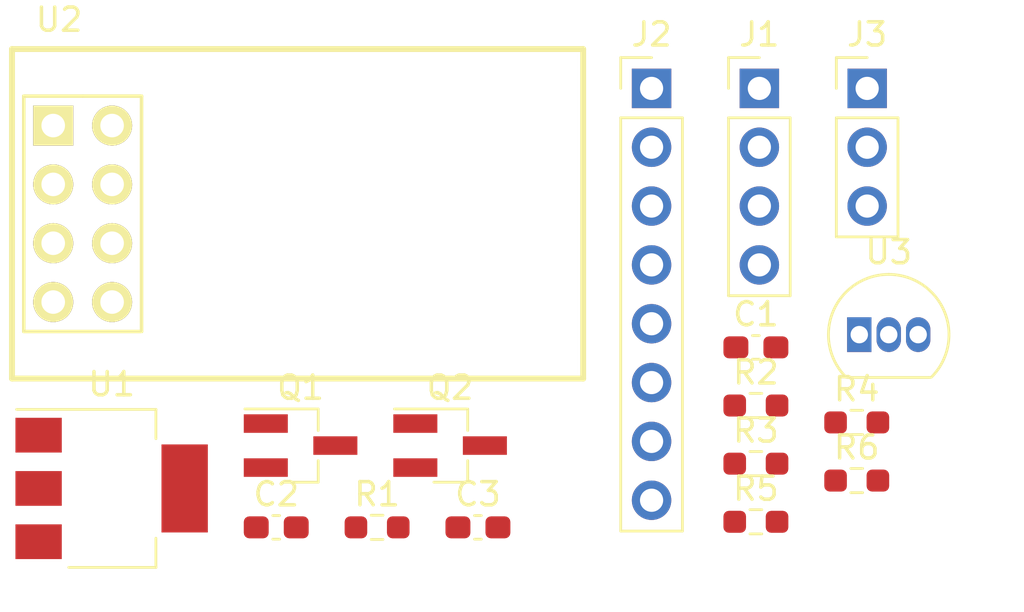
<source format=kicad_pcb>
(kicad_pcb (version 20171130) (host pcbnew "(5.1.8)-1")

  (general
    (thickness 1.6)
    (drawings 0)
    (tracks 0)
    (zones 0)
    (modules 17)
    (nets 11)
  )

  (page A4)
  (layers
    (0 F.Cu signal)
    (31 B.Cu signal)
    (32 B.Adhes user)
    (33 F.Adhes user)
    (34 B.Paste user)
    (35 F.Paste user)
    (36 B.SilkS user)
    (37 F.SilkS user)
    (38 B.Mask user)
    (39 F.Mask user)
    (40 Dwgs.User user)
    (41 Cmts.User user)
    (42 Eco1.User user)
    (43 Eco2.User user)
    (44 Edge.Cuts user)
    (45 Margin user)
    (46 B.CrtYd user)
    (47 F.CrtYd user)
    (48 B.Fab user)
    (49 F.Fab user)
  )

  (setup
    (last_trace_width 0.25)
    (trace_clearance 0.2)
    (zone_clearance 0.508)
    (zone_45_only no)
    (trace_min 0.2)
    (via_size 0.8)
    (via_drill 0.4)
    (via_min_size 0.4)
    (via_min_drill 0.3)
    (uvia_size 0.3)
    (uvia_drill 0.1)
    (uvias_allowed no)
    (uvia_min_size 0.2)
    (uvia_min_drill 0.1)
    (edge_width 0.05)
    (segment_width 0.2)
    (pcb_text_width 0.3)
    (pcb_text_size 1.5 1.5)
    (mod_edge_width 0.12)
    (mod_text_size 1 1)
    (mod_text_width 0.15)
    (pad_size 1.524 1.524)
    (pad_drill 0.762)
    (pad_to_mask_clearance 0)
    (aux_axis_origin 0 0)
    (visible_elements FFFFFF7F)
    (pcbplotparams
      (layerselection 0x010fc_ffffffff)
      (usegerberextensions false)
      (usegerberattributes true)
      (usegerberadvancedattributes true)
      (creategerberjobfile true)
      (excludeedgelayer true)
      (linewidth 0.100000)
      (plotframeref false)
      (viasonmask false)
      (mode 1)
      (useauxorigin false)
      (hpglpennumber 1)
      (hpglpenspeed 20)
      (hpglpendiameter 15.000000)
      (psnegative false)
      (psa4output false)
      (plotreference true)
      (plotvalue true)
      (plotinvisibletext false)
      (padsonsilk false)
      (subtractmaskfromsilk false)
      (outputformat 1)
      (mirror false)
      (drillshape 1)
      (scaleselection 1)
      (outputdirectory ""))
  )

  (net 0 "")
  (net 1 +5V)
  (net 2 GND)
  (net 3 +3V3)
  (net 4 LED1_5V)
  (net 5 LED2_5V)
  (net 6 LED1_3V3)
  (net 7 LED2_3V3)
  (net 8 GPIO0)
  (net 9 DALLAS)
  (net 10 "Net-(U2-Pad5)")

  (net_class Default "This is the default net class."
    (clearance 0.2)
    (trace_width 0.25)
    (via_dia 0.8)
    (via_drill 0.4)
    (uvia_dia 0.3)
    (uvia_drill 0.1)
    (add_net +3V3)
    (add_net +5V)
    (add_net DALLAS)
    (add_net GND)
    (add_net GPIO0)
    (add_net LED1_3V3)
    (add_net LED1_5V)
    (add_net LED2_3V3)
    (add_net LED2_5V)
    (add_net "Net-(U2-Pad5)")
  )

  (module Capacitor_SMD:C_0603_1608Metric_Pad1.08x0.95mm_HandSolder (layer F.Cu) (tedit 5F68FEEF) (tstamp 5FE15A58)
    (at 159.215001 103.175001)
    (descr "Capacitor SMD 0603 (1608 Metric), square (rectangular) end terminal, IPC_7351 nominal with elongated pad for handsoldering. (Body size source: IPC-SM-782 page 76, https://www.pcb-3d.com/wordpress/wp-content/uploads/ipc-sm-782a_amendment_1_and_2.pdf), generated with kicad-footprint-generator")
    (tags "capacitor handsolder")
    (path /5FDF6DA0)
    (attr smd)
    (fp_text reference C1 (at 0 -1.43) (layer F.SilkS)
      (effects (font (size 1 1) (thickness 0.15)))
    )
    (fp_text value 10uF (at 0 1.43) (layer F.Fab)
      (effects (font (size 1 1) (thickness 0.15)))
    )
    (fp_line (start 1.65 0.73) (end -1.65 0.73) (layer F.CrtYd) (width 0.05))
    (fp_line (start 1.65 -0.73) (end 1.65 0.73) (layer F.CrtYd) (width 0.05))
    (fp_line (start -1.65 -0.73) (end 1.65 -0.73) (layer F.CrtYd) (width 0.05))
    (fp_line (start -1.65 0.73) (end -1.65 -0.73) (layer F.CrtYd) (width 0.05))
    (fp_line (start -0.146267 0.51) (end 0.146267 0.51) (layer F.SilkS) (width 0.12))
    (fp_line (start -0.146267 -0.51) (end 0.146267 -0.51) (layer F.SilkS) (width 0.12))
    (fp_line (start 0.8 0.4) (end -0.8 0.4) (layer F.Fab) (width 0.1))
    (fp_line (start 0.8 -0.4) (end 0.8 0.4) (layer F.Fab) (width 0.1))
    (fp_line (start -0.8 -0.4) (end 0.8 -0.4) (layer F.Fab) (width 0.1))
    (fp_line (start -0.8 0.4) (end -0.8 -0.4) (layer F.Fab) (width 0.1))
    (fp_text user %R (at 0 0) (layer F.Fab)
      (effects (font (size 0.4 0.4) (thickness 0.06)))
    )
    (pad 1 smd roundrect (at -0.8625 0) (size 1.075 0.95) (layers F.Cu F.Paste F.Mask) (roundrect_rratio 0.25)
      (net 1 +5V))
    (pad 2 smd roundrect (at 0.8625 0) (size 1.075 0.95) (layers F.Cu F.Paste F.Mask) (roundrect_rratio 0.25)
      (net 2 GND))
    (model ${KISYS3DMOD}/Capacitor_SMD.3dshapes/C_0603_1608Metric.wrl
      (at (xyz 0 0 0))
      (scale (xyz 1 1 1))
      (rotate (xyz 0 0 0))
    )
  )

  (module Capacitor_SMD:C_0603_1608Metric_Pad1.08x0.95mm_HandSolder (layer F.Cu) (tedit 5F68FEEF) (tstamp 5FE15A69)
    (at 138.525001 110.945001)
    (descr "Capacitor SMD 0603 (1608 Metric), square (rectangular) end terminal, IPC_7351 nominal with elongated pad for handsoldering. (Body size source: IPC-SM-782 page 76, https://www.pcb-3d.com/wordpress/wp-content/uploads/ipc-sm-782a_amendment_1_and_2.pdf), generated with kicad-footprint-generator")
    (tags "capacitor handsolder")
    (path /5FDF7377)
    (attr smd)
    (fp_text reference C2 (at 0 -1.43) (layer F.SilkS)
      (effects (font (size 1 1) (thickness 0.15)))
    )
    (fp_text value 10uF (at 0 1.43) (layer F.Fab)
      (effects (font (size 1 1) (thickness 0.15)))
    )
    (fp_line (start 1.65 0.73) (end -1.65 0.73) (layer F.CrtYd) (width 0.05))
    (fp_line (start 1.65 -0.73) (end 1.65 0.73) (layer F.CrtYd) (width 0.05))
    (fp_line (start -1.65 -0.73) (end 1.65 -0.73) (layer F.CrtYd) (width 0.05))
    (fp_line (start -1.65 0.73) (end -1.65 -0.73) (layer F.CrtYd) (width 0.05))
    (fp_line (start -0.146267 0.51) (end 0.146267 0.51) (layer F.SilkS) (width 0.12))
    (fp_line (start -0.146267 -0.51) (end 0.146267 -0.51) (layer F.SilkS) (width 0.12))
    (fp_line (start 0.8 0.4) (end -0.8 0.4) (layer F.Fab) (width 0.1))
    (fp_line (start 0.8 -0.4) (end 0.8 0.4) (layer F.Fab) (width 0.1))
    (fp_line (start -0.8 -0.4) (end 0.8 -0.4) (layer F.Fab) (width 0.1))
    (fp_line (start -0.8 0.4) (end -0.8 -0.4) (layer F.Fab) (width 0.1))
    (fp_text user %R (at 0 0) (layer F.Fab)
      (effects (font (size 0.4 0.4) (thickness 0.06)))
    )
    (pad 1 smd roundrect (at -0.8625 0) (size 1.075 0.95) (layers F.Cu F.Paste F.Mask) (roundrect_rratio 0.25)
      (net 3 +3V3))
    (pad 2 smd roundrect (at 0.8625 0) (size 1.075 0.95) (layers F.Cu F.Paste F.Mask) (roundrect_rratio 0.25)
      (net 2 GND))
    (model ${KISYS3DMOD}/Capacitor_SMD.3dshapes/C_0603_1608Metric.wrl
      (at (xyz 0 0 0))
      (scale (xyz 1 1 1))
      (rotate (xyz 0 0 0))
    )
  )

  (module Capacitor_SMD:C_0603_1608Metric_Pad1.08x0.95mm_HandSolder (layer F.Cu) (tedit 5F68FEEF) (tstamp 5FE15A7A)
    (at 147.225001 110.945001)
    (descr "Capacitor SMD 0603 (1608 Metric), square (rectangular) end terminal, IPC_7351 nominal with elongated pad for handsoldering. (Body size source: IPC-SM-782 page 76, https://www.pcb-3d.com/wordpress/wp-content/uploads/ipc-sm-782a_amendment_1_and_2.pdf), generated with kicad-footprint-generator")
    (tags "capacitor handsolder")
    (path /5FE13D46)
    (attr smd)
    (fp_text reference C3 (at 0 -1.43) (layer F.SilkS)
      (effects (font (size 1 1) (thickness 0.15)))
    )
    (fp_text value 100uF (at 0 1.43) (layer F.Fab)
      (effects (font (size 1 1) (thickness 0.15)))
    )
    (fp_text user %R (at 0 0) (layer F.Fab)
      (effects (font (size 0.4 0.4) (thickness 0.06)))
    )
    (fp_line (start -0.8 0.4) (end -0.8 -0.4) (layer F.Fab) (width 0.1))
    (fp_line (start -0.8 -0.4) (end 0.8 -0.4) (layer F.Fab) (width 0.1))
    (fp_line (start 0.8 -0.4) (end 0.8 0.4) (layer F.Fab) (width 0.1))
    (fp_line (start 0.8 0.4) (end -0.8 0.4) (layer F.Fab) (width 0.1))
    (fp_line (start -0.146267 -0.51) (end 0.146267 -0.51) (layer F.SilkS) (width 0.12))
    (fp_line (start -0.146267 0.51) (end 0.146267 0.51) (layer F.SilkS) (width 0.12))
    (fp_line (start -1.65 0.73) (end -1.65 -0.73) (layer F.CrtYd) (width 0.05))
    (fp_line (start -1.65 -0.73) (end 1.65 -0.73) (layer F.CrtYd) (width 0.05))
    (fp_line (start 1.65 -0.73) (end 1.65 0.73) (layer F.CrtYd) (width 0.05))
    (fp_line (start 1.65 0.73) (end -1.65 0.73) (layer F.CrtYd) (width 0.05))
    (pad 2 smd roundrect (at 0.8625 0) (size 1.075 0.95) (layers F.Cu F.Paste F.Mask) (roundrect_rratio 0.25)
      (net 2 GND))
    (pad 1 smd roundrect (at -0.8625 0) (size 1.075 0.95) (layers F.Cu F.Paste F.Mask) (roundrect_rratio 0.25)
      (net 1 +5V))
    (model ${KISYS3DMOD}/Capacitor_SMD.3dshapes/C_0603_1608Metric.wrl
      (at (xyz 0 0 0))
      (scale (xyz 1 1 1))
      (rotate (xyz 0 0 0))
    )
  )

  (module Connector_PinHeader_2.54mm:PinHeader_1x04_P2.54mm_Vertical (layer F.Cu) (tedit 59FED5CC) (tstamp 5FE15A92)
    (at 159.365001 91.995001)
    (descr "Through hole straight pin header, 1x04, 2.54mm pitch, single row")
    (tags "Through hole pin header THT 1x04 2.54mm single row")
    (path /5FE2D106)
    (fp_text reference J1 (at 0 -2.33) (layer F.SilkS)
      (effects (font (size 1 1) (thickness 0.15)))
    )
    (fp_text value Screw_Terminal_01x02 (at 0 9.95) (layer F.Fab)
      (effects (font (size 1 1) (thickness 0.15)))
    )
    (fp_line (start 1.8 -1.8) (end -1.8 -1.8) (layer F.CrtYd) (width 0.05))
    (fp_line (start 1.8 9.4) (end 1.8 -1.8) (layer F.CrtYd) (width 0.05))
    (fp_line (start -1.8 9.4) (end 1.8 9.4) (layer F.CrtYd) (width 0.05))
    (fp_line (start -1.8 -1.8) (end -1.8 9.4) (layer F.CrtYd) (width 0.05))
    (fp_line (start -1.33 -1.33) (end 0 -1.33) (layer F.SilkS) (width 0.12))
    (fp_line (start -1.33 0) (end -1.33 -1.33) (layer F.SilkS) (width 0.12))
    (fp_line (start -1.33 1.27) (end 1.33 1.27) (layer F.SilkS) (width 0.12))
    (fp_line (start 1.33 1.27) (end 1.33 8.95) (layer F.SilkS) (width 0.12))
    (fp_line (start -1.33 1.27) (end -1.33 8.95) (layer F.SilkS) (width 0.12))
    (fp_line (start -1.33 8.95) (end 1.33 8.95) (layer F.SilkS) (width 0.12))
    (fp_line (start -1.27 -0.635) (end -0.635 -1.27) (layer F.Fab) (width 0.1))
    (fp_line (start -1.27 8.89) (end -1.27 -0.635) (layer F.Fab) (width 0.1))
    (fp_line (start 1.27 8.89) (end -1.27 8.89) (layer F.Fab) (width 0.1))
    (fp_line (start 1.27 -1.27) (end 1.27 8.89) (layer F.Fab) (width 0.1))
    (fp_line (start -0.635 -1.27) (end 1.27 -1.27) (layer F.Fab) (width 0.1))
    (fp_text user %R (at 0 3.81 90) (layer F.Fab)
      (effects (font (size 1 1) (thickness 0.15)))
    )
    (pad 1 thru_hole rect (at 0 0) (size 1.7 1.7) (drill 1) (layers *.Cu *.Mask)
      (net 2 GND))
    (pad 2 thru_hole oval (at 0 2.54) (size 1.7 1.7) (drill 1) (layers *.Cu *.Mask)
      (net 1 +5V))
    (pad 3 thru_hole oval (at 0 5.08) (size 1.7 1.7) (drill 1) (layers *.Cu *.Mask))
    (pad 4 thru_hole oval (at 0 7.62) (size 1.7 1.7) (drill 1) (layers *.Cu *.Mask))
    (model ${KISYS3DMOD}/Connector_PinHeader_2.54mm.3dshapes/PinHeader_1x04_P2.54mm_Vertical.wrl
      (at (xyz 0 0 0))
      (scale (xyz 1 1 1))
      (rotate (xyz 0 0 0))
    )
  )

  (module Connector_PinHeader_2.54mm:PinHeader_1x08_P2.54mm_Vertical (layer F.Cu) (tedit 59FED5CC) (tstamp 5FE15AAE)
    (at 154.715001 91.995001)
    (descr "Through hole straight pin header, 1x08, 2.54mm pitch, single row")
    (tags "Through hole pin header THT 1x08 2.54mm single row")
    (path /5FE369E1)
    (fp_text reference J2 (at 0 -2.33) (layer F.SilkS)
      (effects (font (size 1 1) (thickness 0.15)))
    )
    (fp_text value Screw_Terminal_01x04 (at 0 20.11) (layer F.Fab)
      (effects (font (size 1 1) (thickness 0.15)))
    )
    (fp_line (start 1.8 -1.8) (end -1.8 -1.8) (layer F.CrtYd) (width 0.05))
    (fp_line (start 1.8 19.55) (end 1.8 -1.8) (layer F.CrtYd) (width 0.05))
    (fp_line (start -1.8 19.55) (end 1.8 19.55) (layer F.CrtYd) (width 0.05))
    (fp_line (start -1.8 -1.8) (end -1.8 19.55) (layer F.CrtYd) (width 0.05))
    (fp_line (start -1.33 -1.33) (end 0 -1.33) (layer F.SilkS) (width 0.12))
    (fp_line (start -1.33 0) (end -1.33 -1.33) (layer F.SilkS) (width 0.12))
    (fp_line (start -1.33 1.27) (end 1.33 1.27) (layer F.SilkS) (width 0.12))
    (fp_line (start 1.33 1.27) (end 1.33 19.11) (layer F.SilkS) (width 0.12))
    (fp_line (start -1.33 1.27) (end -1.33 19.11) (layer F.SilkS) (width 0.12))
    (fp_line (start -1.33 19.11) (end 1.33 19.11) (layer F.SilkS) (width 0.12))
    (fp_line (start -1.27 -0.635) (end -0.635 -1.27) (layer F.Fab) (width 0.1))
    (fp_line (start -1.27 19.05) (end -1.27 -0.635) (layer F.Fab) (width 0.1))
    (fp_line (start 1.27 19.05) (end -1.27 19.05) (layer F.Fab) (width 0.1))
    (fp_line (start 1.27 -1.27) (end 1.27 19.05) (layer F.Fab) (width 0.1))
    (fp_line (start -0.635 -1.27) (end 1.27 -1.27) (layer F.Fab) (width 0.1))
    (fp_text user %R (at 0 8.89 90) (layer F.Fab)
      (effects (font (size 1 1) (thickness 0.15)))
    )
    (pad 1 thru_hole rect (at 0 0) (size 1.7 1.7) (drill 1) (layers *.Cu *.Mask)
      (net 1 +5V))
    (pad 2 thru_hole oval (at 0 2.54) (size 1.7 1.7) (drill 1) (layers *.Cu *.Mask)
      (net 4 LED1_5V))
    (pad 3 thru_hole oval (at 0 5.08) (size 1.7 1.7) (drill 1) (layers *.Cu *.Mask)
      (net 5 LED2_5V))
    (pad 4 thru_hole oval (at 0 7.62) (size 1.7 1.7) (drill 1) (layers *.Cu *.Mask)
      (net 2 GND))
    (pad 5 thru_hole oval (at 0 10.16) (size 1.7 1.7) (drill 1) (layers *.Cu *.Mask))
    (pad 6 thru_hole oval (at 0 12.7) (size 1.7 1.7) (drill 1) (layers *.Cu *.Mask))
    (pad 7 thru_hole oval (at 0 15.24) (size 1.7 1.7) (drill 1) (layers *.Cu *.Mask))
    (pad 8 thru_hole oval (at 0 17.78) (size 1.7 1.7) (drill 1) (layers *.Cu *.Mask))
    (model ${KISYS3DMOD}/Connector_PinHeader_2.54mm.3dshapes/PinHeader_1x08_P2.54mm_Vertical.wrl
      (at (xyz 0 0 0))
      (scale (xyz 1 1 1))
      (rotate (xyz 0 0 0))
    )
  )

  (module Connector_PinHeader_2.54mm:PinHeader_1x03_P2.54mm_Vertical (layer F.Cu) (tedit 59FED5CC) (tstamp 5FE15AC5)
    (at 164.015001 91.995001)
    (descr "Through hole straight pin header, 1x03, 2.54mm pitch, single row")
    (tags "Through hole pin header THT 1x03 2.54mm single row")
    (path /5FE4468D)
    (fp_text reference J3 (at 0 -2.33) (layer F.SilkS)
      (effects (font (size 1 1) (thickness 0.15)))
    )
    (fp_text value Conn_01x03_Male (at 0 7.41) (layer F.Fab)
      (effects (font (size 1 1) (thickness 0.15)))
    )
    (fp_line (start 1.8 -1.8) (end -1.8 -1.8) (layer F.CrtYd) (width 0.05))
    (fp_line (start 1.8 6.85) (end 1.8 -1.8) (layer F.CrtYd) (width 0.05))
    (fp_line (start -1.8 6.85) (end 1.8 6.85) (layer F.CrtYd) (width 0.05))
    (fp_line (start -1.8 -1.8) (end -1.8 6.85) (layer F.CrtYd) (width 0.05))
    (fp_line (start -1.33 -1.33) (end 0 -1.33) (layer F.SilkS) (width 0.12))
    (fp_line (start -1.33 0) (end -1.33 -1.33) (layer F.SilkS) (width 0.12))
    (fp_line (start -1.33 1.27) (end 1.33 1.27) (layer F.SilkS) (width 0.12))
    (fp_line (start 1.33 1.27) (end 1.33 6.41) (layer F.SilkS) (width 0.12))
    (fp_line (start -1.33 1.27) (end -1.33 6.41) (layer F.SilkS) (width 0.12))
    (fp_line (start -1.33 6.41) (end 1.33 6.41) (layer F.SilkS) (width 0.12))
    (fp_line (start -1.27 -0.635) (end -0.635 -1.27) (layer F.Fab) (width 0.1))
    (fp_line (start -1.27 6.35) (end -1.27 -0.635) (layer F.Fab) (width 0.1))
    (fp_line (start 1.27 6.35) (end -1.27 6.35) (layer F.Fab) (width 0.1))
    (fp_line (start 1.27 -1.27) (end 1.27 6.35) (layer F.Fab) (width 0.1))
    (fp_line (start -0.635 -1.27) (end 1.27 -1.27) (layer F.Fab) (width 0.1))
    (fp_text user %R (at 0 2.54 90) (layer F.Fab)
      (effects (font (size 1 1) (thickness 0.15)))
    )
    (pad 1 thru_hole rect (at 0 0) (size 1.7 1.7) (drill 1) (layers *.Cu *.Mask)
      (net 2 GND))
    (pad 2 thru_hole oval (at 0 2.54) (size 1.7 1.7) (drill 1) (layers *.Cu *.Mask)
      (net 3 +3V3))
    (pad 3 thru_hole oval (at 0 5.08) (size 1.7 1.7) (drill 1) (layers *.Cu *.Mask)
      (net 3 +3V3))
    (model ${KISYS3DMOD}/Connector_PinHeader_2.54mm.3dshapes/PinHeader_1x03_P2.54mm_Vertical.wrl
      (at (xyz 0 0 0))
      (scale (xyz 1 1 1))
      (rotate (xyz 0 0 0))
    )
  )

  (module ESP8266:SOT-23_Handsoldering_DS-REVERSED (layer F.Cu) (tedit 5FE0EAC7) (tstamp 5FE15ADA)
    (at 139.575001 107.415001)
    (descr "SOT-23, Handsoldering")
    (tags SOT-23)
    (path /5FE1865D)
    (attr smd)
    (fp_text reference Q1 (at 0 -2.5) (layer F.SilkS)
      (effects (font (size 1 1) (thickness 0.15)))
    )
    (fp_text value IRFS4127 (at 0 2.5) (layer F.Fab)
      (effects (font (size 1 1) (thickness 0.15)))
    )
    (fp_line (start 0.76 1.58) (end 0.76 0.65) (layer F.SilkS) (width 0.12))
    (fp_line (start 0.76 -1.58) (end 0.76 -0.65) (layer F.SilkS) (width 0.12))
    (fp_line (start -2.7 -1.75) (end 2.7 -1.75) (layer F.CrtYd) (width 0.05))
    (fp_line (start 2.7 -1.75) (end 2.7 1.75) (layer F.CrtYd) (width 0.05))
    (fp_line (start 2.7 1.75) (end -2.7 1.75) (layer F.CrtYd) (width 0.05))
    (fp_line (start -2.7 1.75) (end -2.7 -1.75) (layer F.CrtYd) (width 0.05))
    (fp_line (start 0.76 -1.58) (end -2.4 -1.58) (layer F.SilkS) (width 0.12))
    (fp_line (start -0.7 -0.95) (end -0.7 1.5) (layer F.Fab) (width 0.1))
    (fp_line (start -0.15 -1.52) (end 0.7 -1.52) (layer F.Fab) (width 0.1))
    (fp_line (start -0.7 -0.95) (end -0.15 -1.52) (layer F.Fab) (width 0.1))
    (fp_line (start 0.7 -1.52) (end 0.7 1.52) (layer F.Fab) (width 0.1))
    (fp_line (start -0.7 1.52) (end 0.7 1.52) (layer F.Fab) (width 0.1))
    (fp_line (start 0.76 1.58) (end -0.7 1.58) (layer F.SilkS) (width 0.12))
    (fp_text user %R (at 0 0 90) (layer F.Fab)
      (effects (font (size 0.5 0.5) (thickness 0.075)))
    )
    (pad 1 smd rect (at -1.5 -0.95) (size 1.9 0.8) (layers F.Cu F.Paste F.Mask)
      (net 3 +3V3))
    (pad 3 smd rect (at -1.5 0.95) (size 1.9 0.8) (layers F.Cu F.Paste F.Mask)
      (net 6 LED1_3V3))
    (pad 2 smd rect (at 1.5 0) (size 1.9 0.8) (layers F.Cu F.Paste F.Mask)
      (net 4 LED1_5V))
    (model ${KISYS3DMOD}/Package_TO_SOT_SMD.3dshapes/SOT-23.wrl
      (at (xyz 0 0 0))
      (scale (xyz 1 1 1))
      (rotate (xyz 0 0 0))
    )
  )

  (module ESP8266:SOT-23_Handsoldering_DS-REVERSED (layer F.Cu) (tedit 5FE0EAC7) (tstamp 5FE15AEF)
    (at 146.025001 107.415001)
    (descr "SOT-23, Handsoldering")
    (tags SOT-23)
    (path /5FE26590)
    (attr smd)
    (fp_text reference Q2 (at 0 -2.5) (layer F.SilkS)
      (effects (font (size 1 1) (thickness 0.15)))
    )
    (fp_text value IRFS4127 (at 0 2.5) (layer F.Fab)
      (effects (font (size 1 1) (thickness 0.15)))
    )
    (fp_text user %R (at 0 0 90) (layer F.Fab)
      (effects (font (size 0.5 0.5) (thickness 0.075)))
    )
    (fp_line (start 0.76 1.58) (end -0.7 1.58) (layer F.SilkS) (width 0.12))
    (fp_line (start -0.7 1.52) (end 0.7 1.52) (layer F.Fab) (width 0.1))
    (fp_line (start 0.7 -1.52) (end 0.7 1.52) (layer F.Fab) (width 0.1))
    (fp_line (start -0.7 -0.95) (end -0.15 -1.52) (layer F.Fab) (width 0.1))
    (fp_line (start -0.15 -1.52) (end 0.7 -1.52) (layer F.Fab) (width 0.1))
    (fp_line (start -0.7 -0.95) (end -0.7 1.5) (layer F.Fab) (width 0.1))
    (fp_line (start 0.76 -1.58) (end -2.4 -1.58) (layer F.SilkS) (width 0.12))
    (fp_line (start -2.7 1.75) (end -2.7 -1.75) (layer F.CrtYd) (width 0.05))
    (fp_line (start 2.7 1.75) (end -2.7 1.75) (layer F.CrtYd) (width 0.05))
    (fp_line (start 2.7 -1.75) (end 2.7 1.75) (layer F.CrtYd) (width 0.05))
    (fp_line (start -2.7 -1.75) (end 2.7 -1.75) (layer F.CrtYd) (width 0.05))
    (fp_line (start 0.76 -1.58) (end 0.76 -0.65) (layer F.SilkS) (width 0.12))
    (fp_line (start 0.76 1.58) (end 0.76 0.65) (layer F.SilkS) (width 0.12))
    (pad 2 smd rect (at 1.5 0) (size 1.9 0.8) (layers F.Cu F.Paste F.Mask)
      (net 5 LED2_5V))
    (pad 3 smd rect (at -1.5 0.95) (size 1.9 0.8) (layers F.Cu F.Paste F.Mask)
      (net 7 LED2_3V3))
    (pad 1 smd rect (at -1.5 -0.95) (size 1.9 0.8) (layers F.Cu F.Paste F.Mask)
      (net 3 +3V3))
    (model ${KISYS3DMOD}/Package_TO_SOT_SMD.3dshapes/SOT-23.wrl
      (at (xyz 0 0 0))
      (scale (xyz 1 1 1))
      (rotate (xyz 0 0 0))
    )
  )

  (module Resistor_SMD:R_0603_1608Metric_Pad0.98x0.95mm_HandSolder (layer F.Cu) (tedit 5F68FEEE) (tstamp 5FE15B00)
    (at 142.875001 110.945001)
    (descr "Resistor SMD 0603 (1608 Metric), square (rectangular) end terminal, IPC_7351 nominal with elongated pad for handsoldering. (Body size source: IPC-SM-782 page 72, https://www.pcb-3d.com/wordpress/wp-content/uploads/ipc-sm-782a_amendment_1_and_2.pdf), generated with kicad-footprint-generator")
    (tags "resistor handsolder")
    (path /5FE1BA2B)
    (attr smd)
    (fp_text reference R1 (at 0 -1.43) (layer F.SilkS)
      (effects (font (size 1 1) (thickness 0.15)))
    )
    (fp_text value 10K (at 0 1.43) (layer F.Fab)
      (effects (font (size 1 1) (thickness 0.15)))
    )
    (fp_text user %R (at 0 0) (layer F.Fab)
      (effects (font (size 0.4 0.4) (thickness 0.06)))
    )
    (fp_line (start -0.8 0.4125) (end -0.8 -0.4125) (layer F.Fab) (width 0.1))
    (fp_line (start -0.8 -0.4125) (end 0.8 -0.4125) (layer F.Fab) (width 0.1))
    (fp_line (start 0.8 -0.4125) (end 0.8 0.4125) (layer F.Fab) (width 0.1))
    (fp_line (start 0.8 0.4125) (end -0.8 0.4125) (layer F.Fab) (width 0.1))
    (fp_line (start -0.254724 -0.5225) (end 0.254724 -0.5225) (layer F.SilkS) (width 0.12))
    (fp_line (start -0.254724 0.5225) (end 0.254724 0.5225) (layer F.SilkS) (width 0.12))
    (fp_line (start -1.65 0.73) (end -1.65 -0.73) (layer F.CrtYd) (width 0.05))
    (fp_line (start -1.65 -0.73) (end 1.65 -0.73) (layer F.CrtYd) (width 0.05))
    (fp_line (start 1.65 -0.73) (end 1.65 0.73) (layer F.CrtYd) (width 0.05))
    (fp_line (start 1.65 0.73) (end -1.65 0.73) (layer F.CrtYd) (width 0.05))
    (pad 2 smd roundrect (at 0.9125 0) (size 0.975 0.95) (layers F.Cu F.Paste F.Mask) (roundrect_rratio 0.25)
      (net 6 LED1_3V3))
    (pad 1 smd roundrect (at -0.9125 0) (size 0.975 0.95) (layers F.Cu F.Paste F.Mask) (roundrect_rratio 0.25)
      (net 3 +3V3))
    (model ${KISYS3DMOD}/Resistor_SMD.3dshapes/R_0603_1608Metric.wrl
      (at (xyz 0 0 0))
      (scale (xyz 1 1 1))
      (rotate (xyz 0 0 0))
    )
  )

  (module Resistor_SMD:R_0603_1608Metric_Pad0.98x0.95mm_HandSolder (layer F.Cu) (tedit 5F68FEEE) (tstamp 5FE15B11)
    (at 159.215001 105.685001)
    (descr "Resistor SMD 0603 (1608 Metric), square (rectangular) end terminal, IPC_7351 nominal with elongated pad for handsoldering. (Body size source: IPC-SM-782 page 72, https://www.pcb-3d.com/wordpress/wp-content/uploads/ipc-sm-782a_amendment_1_and_2.pdf), generated with kicad-footprint-generator")
    (tags "resistor handsolder")
    (path /5FE1C32E)
    (attr smd)
    (fp_text reference R2 (at 0 -1.43) (layer F.SilkS)
      (effects (font (size 1 1) (thickness 0.15)))
    )
    (fp_text value 10K (at 0 1.43) (layer F.Fab)
      (effects (font (size 1 1) (thickness 0.15)))
    )
    (fp_line (start 1.65 0.73) (end -1.65 0.73) (layer F.CrtYd) (width 0.05))
    (fp_line (start 1.65 -0.73) (end 1.65 0.73) (layer F.CrtYd) (width 0.05))
    (fp_line (start -1.65 -0.73) (end 1.65 -0.73) (layer F.CrtYd) (width 0.05))
    (fp_line (start -1.65 0.73) (end -1.65 -0.73) (layer F.CrtYd) (width 0.05))
    (fp_line (start -0.254724 0.5225) (end 0.254724 0.5225) (layer F.SilkS) (width 0.12))
    (fp_line (start -0.254724 -0.5225) (end 0.254724 -0.5225) (layer F.SilkS) (width 0.12))
    (fp_line (start 0.8 0.4125) (end -0.8 0.4125) (layer F.Fab) (width 0.1))
    (fp_line (start 0.8 -0.4125) (end 0.8 0.4125) (layer F.Fab) (width 0.1))
    (fp_line (start -0.8 -0.4125) (end 0.8 -0.4125) (layer F.Fab) (width 0.1))
    (fp_line (start -0.8 0.4125) (end -0.8 -0.4125) (layer F.Fab) (width 0.1))
    (fp_text user %R (at 0 0) (layer F.Fab)
      (effects (font (size 0.4 0.4) (thickness 0.06)))
    )
    (pad 1 smd roundrect (at -0.9125 0) (size 0.975 0.95) (layers F.Cu F.Paste F.Mask) (roundrect_rratio 0.25)
      (net 1 +5V))
    (pad 2 smd roundrect (at 0.9125 0) (size 0.975 0.95) (layers F.Cu F.Paste F.Mask) (roundrect_rratio 0.25)
      (net 4 LED1_5V))
    (model ${KISYS3DMOD}/Resistor_SMD.3dshapes/R_0603_1608Metric.wrl
      (at (xyz 0 0 0))
      (scale (xyz 1 1 1))
      (rotate (xyz 0 0 0))
    )
  )

  (module Resistor_SMD:R_0603_1608Metric_Pad0.98x0.95mm_HandSolder (layer F.Cu) (tedit 5F68FEEE) (tstamp 5FE15B22)
    (at 159.215001 108.195001)
    (descr "Resistor SMD 0603 (1608 Metric), square (rectangular) end terminal, IPC_7351 nominal with elongated pad for handsoldering. (Body size source: IPC-SM-782 page 72, https://www.pcb-3d.com/wordpress/wp-content/uploads/ipc-sm-782a_amendment_1_and_2.pdf), generated with kicad-footprint-generator")
    (tags "resistor handsolder")
    (path /5FE265A4)
    (attr smd)
    (fp_text reference R3 (at 0 -1.43) (layer F.SilkS)
      (effects (font (size 1 1) (thickness 0.15)))
    )
    (fp_text value 10K (at 0 1.43) (layer F.Fab)
      (effects (font (size 1 1) (thickness 0.15)))
    )
    (fp_line (start 1.65 0.73) (end -1.65 0.73) (layer F.CrtYd) (width 0.05))
    (fp_line (start 1.65 -0.73) (end 1.65 0.73) (layer F.CrtYd) (width 0.05))
    (fp_line (start -1.65 -0.73) (end 1.65 -0.73) (layer F.CrtYd) (width 0.05))
    (fp_line (start -1.65 0.73) (end -1.65 -0.73) (layer F.CrtYd) (width 0.05))
    (fp_line (start -0.254724 0.5225) (end 0.254724 0.5225) (layer F.SilkS) (width 0.12))
    (fp_line (start -0.254724 -0.5225) (end 0.254724 -0.5225) (layer F.SilkS) (width 0.12))
    (fp_line (start 0.8 0.4125) (end -0.8 0.4125) (layer F.Fab) (width 0.1))
    (fp_line (start 0.8 -0.4125) (end 0.8 0.4125) (layer F.Fab) (width 0.1))
    (fp_line (start -0.8 -0.4125) (end 0.8 -0.4125) (layer F.Fab) (width 0.1))
    (fp_line (start -0.8 0.4125) (end -0.8 -0.4125) (layer F.Fab) (width 0.1))
    (fp_text user %R (at 0 0) (layer F.Fab)
      (effects (font (size 0.4 0.4) (thickness 0.06)))
    )
    (pad 1 smd roundrect (at -0.9125 0) (size 0.975 0.95) (layers F.Cu F.Paste F.Mask) (roundrect_rratio 0.25)
      (net 3 +3V3))
    (pad 2 smd roundrect (at 0.9125 0) (size 0.975 0.95) (layers F.Cu F.Paste F.Mask) (roundrect_rratio 0.25)
      (net 7 LED2_3V3))
    (model ${KISYS3DMOD}/Resistor_SMD.3dshapes/R_0603_1608Metric.wrl
      (at (xyz 0 0 0))
      (scale (xyz 1 1 1))
      (rotate (xyz 0 0 0))
    )
  )

  (module Resistor_SMD:R_0603_1608Metric_Pad0.98x0.95mm_HandSolder (layer F.Cu) (tedit 5F68FEEE) (tstamp 5FE15B33)
    (at 163.565001 106.415001)
    (descr "Resistor SMD 0603 (1608 Metric), square (rectangular) end terminal, IPC_7351 nominal with elongated pad for handsoldering. (Body size source: IPC-SM-782 page 72, https://www.pcb-3d.com/wordpress/wp-content/uploads/ipc-sm-782a_amendment_1_and_2.pdf), generated with kicad-footprint-generator")
    (tags "resistor handsolder")
    (path /5FE265AA)
    (attr smd)
    (fp_text reference R4 (at 0 -1.43) (layer F.SilkS)
      (effects (font (size 1 1) (thickness 0.15)))
    )
    (fp_text value 10K (at 0 1.43) (layer F.Fab)
      (effects (font (size 1 1) (thickness 0.15)))
    )
    (fp_text user %R (at 0 0) (layer F.Fab)
      (effects (font (size 0.4 0.4) (thickness 0.06)))
    )
    (fp_line (start -0.8 0.4125) (end -0.8 -0.4125) (layer F.Fab) (width 0.1))
    (fp_line (start -0.8 -0.4125) (end 0.8 -0.4125) (layer F.Fab) (width 0.1))
    (fp_line (start 0.8 -0.4125) (end 0.8 0.4125) (layer F.Fab) (width 0.1))
    (fp_line (start 0.8 0.4125) (end -0.8 0.4125) (layer F.Fab) (width 0.1))
    (fp_line (start -0.254724 -0.5225) (end 0.254724 -0.5225) (layer F.SilkS) (width 0.12))
    (fp_line (start -0.254724 0.5225) (end 0.254724 0.5225) (layer F.SilkS) (width 0.12))
    (fp_line (start -1.65 0.73) (end -1.65 -0.73) (layer F.CrtYd) (width 0.05))
    (fp_line (start -1.65 -0.73) (end 1.65 -0.73) (layer F.CrtYd) (width 0.05))
    (fp_line (start 1.65 -0.73) (end 1.65 0.73) (layer F.CrtYd) (width 0.05))
    (fp_line (start 1.65 0.73) (end -1.65 0.73) (layer F.CrtYd) (width 0.05))
    (pad 2 smd roundrect (at 0.9125 0) (size 0.975 0.95) (layers F.Cu F.Paste F.Mask) (roundrect_rratio 0.25)
      (net 5 LED2_5V))
    (pad 1 smd roundrect (at -0.9125 0) (size 0.975 0.95) (layers F.Cu F.Paste F.Mask) (roundrect_rratio 0.25)
      (net 1 +5V))
    (model ${KISYS3DMOD}/Resistor_SMD.3dshapes/R_0603_1608Metric.wrl
      (at (xyz 0 0 0))
      (scale (xyz 1 1 1))
      (rotate (xyz 0 0 0))
    )
  )

  (module Resistor_SMD:R_0603_1608Metric_Pad0.98x0.95mm_HandSolder (layer F.Cu) (tedit 5F68FEEE) (tstamp 5FE15B44)
    (at 159.215001 110.705001)
    (descr "Resistor SMD 0603 (1608 Metric), square (rectangular) end terminal, IPC_7351 nominal with elongated pad for handsoldering. (Body size source: IPC-SM-782 page 72, https://www.pcb-3d.com/wordpress/wp-content/uploads/ipc-sm-782a_amendment_1_and_2.pdf), generated with kicad-footprint-generator")
    (tags "resistor handsolder")
    (path /5FE503AD)
    (attr smd)
    (fp_text reference R5 (at 0 -1.43) (layer F.SilkS)
      (effects (font (size 1 1) (thickness 0.15)))
    )
    (fp_text value 10K (at 0 1.43) (layer F.Fab)
      (effects (font (size 1 1) (thickness 0.15)))
    )
    (fp_line (start 1.65 0.73) (end -1.65 0.73) (layer F.CrtYd) (width 0.05))
    (fp_line (start 1.65 -0.73) (end 1.65 0.73) (layer F.CrtYd) (width 0.05))
    (fp_line (start -1.65 -0.73) (end 1.65 -0.73) (layer F.CrtYd) (width 0.05))
    (fp_line (start -1.65 0.73) (end -1.65 -0.73) (layer F.CrtYd) (width 0.05))
    (fp_line (start -0.254724 0.5225) (end 0.254724 0.5225) (layer F.SilkS) (width 0.12))
    (fp_line (start -0.254724 -0.5225) (end 0.254724 -0.5225) (layer F.SilkS) (width 0.12))
    (fp_line (start 0.8 0.4125) (end -0.8 0.4125) (layer F.Fab) (width 0.1))
    (fp_line (start 0.8 -0.4125) (end 0.8 0.4125) (layer F.Fab) (width 0.1))
    (fp_line (start -0.8 -0.4125) (end 0.8 -0.4125) (layer F.Fab) (width 0.1))
    (fp_line (start -0.8 0.4125) (end -0.8 -0.4125) (layer F.Fab) (width 0.1))
    (fp_text user %R (at 0 0) (layer F.Fab)
      (effects (font (size 0.4 0.4) (thickness 0.06)))
    )
    (pad 1 smd roundrect (at -0.9125 0) (size 0.975 0.95) (layers F.Cu F.Paste F.Mask) (roundrect_rratio 0.25)
      (net 8 GPIO0))
    (pad 2 smd roundrect (at 0.9125 0) (size 0.975 0.95) (layers F.Cu F.Paste F.Mask) (roundrect_rratio 0.25)
      (net 3 +3V3))
    (model ${KISYS3DMOD}/Resistor_SMD.3dshapes/R_0603_1608Metric.wrl
      (at (xyz 0 0 0))
      (scale (xyz 1 1 1))
      (rotate (xyz 0 0 0))
    )
  )

  (module Resistor_SMD:R_0603_1608Metric_Pad0.98x0.95mm_HandSolder (layer F.Cu) (tedit 5F68FEEE) (tstamp 5FE15B55)
    (at 163.565001 108.925001)
    (descr "Resistor SMD 0603 (1608 Metric), square (rectangular) end terminal, IPC_7351 nominal with elongated pad for handsoldering. (Body size source: IPC-SM-782 page 72, https://www.pcb-3d.com/wordpress/wp-content/uploads/ipc-sm-782a_amendment_1_and_2.pdf), generated with kicad-footprint-generator")
    (tags "resistor handsolder")
    (path /5FE33929)
    (attr smd)
    (fp_text reference R6 (at 0 -1.43) (layer F.SilkS)
      (effects (font (size 1 1) (thickness 0.15)))
    )
    (fp_text value 4K7 (at 0 1.43) (layer F.Fab)
      (effects (font (size 1 1) (thickness 0.15)))
    )
    (fp_text user %R (at 0 0) (layer F.Fab)
      (effects (font (size 0.4 0.4) (thickness 0.06)))
    )
    (fp_line (start -0.8 0.4125) (end -0.8 -0.4125) (layer F.Fab) (width 0.1))
    (fp_line (start -0.8 -0.4125) (end 0.8 -0.4125) (layer F.Fab) (width 0.1))
    (fp_line (start 0.8 -0.4125) (end 0.8 0.4125) (layer F.Fab) (width 0.1))
    (fp_line (start 0.8 0.4125) (end -0.8 0.4125) (layer F.Fab) (width 0.1))
    (fp_line (start -0.254724 -0.5225) (end 0.254724 -0.5225) (layer F.SilkS) (width 0.12))
    (fp_line (start -0.254724 0.5225) (end 0.254724 0.5225) (layer F.SilkS) (width 0.12))
    (fp_line (start -1.65 0.73) (end -1.65 -0.73) (layer F.CrtYd) (width 0.05))
    (fp_line (start -1.65 -0.73) (end 1.65 -0.73) (layer F.CrtYd) (width 0.05))
    (fp_line (start 1.65 -0.73) (end 1.65 0.73) (layer F.CrtYd) (width 0.05))
    (fp_line (start 1.65 0.73) (end -1.65 0.73) (layer F.CrtYd) (width 0.05))
    (pad 2 smd roundrect (at 0.9125 0) (size 0.975 0.95) (layers F.Cu F.Paste F.Mask) (roundrect_rratio 0.25)
      (net 9 DALLAS))
    (pad 1 smd roundrect (at -0.9125 0) (size 0.975 0.95) (layers F.Cu F.Paste F.Mask) (roundrect_rratio 0.25)
      (net 1 +5V))
    (model ${KISYS3DMOD}/Resistor_SMD.3dshapes/R_0603_1608Metric.wrl
      (at (xyz 0 0 0))
      (scale (xyz 1 1 1))
      (rotate (xyz 0 0 0))
    )
  )

  (module Package_TO_SOT_SMD:SOT-223 (layer F.Cu) (tedit 5A02FF57) (tstamp 5FE15B6B)
    (at 131.425001 109.265001)
    (descr "module CMS SOT223 4 pins")
    (tags "CMS SOT")
    (path /5FDF5637)
    (attr smd)
    (fp_text reference U1 (at 0 -4.5) (layer F.SilkS)
      (effects (font (size 1 1) (thickness 0.15)))
    )
    (fp_text value LM1117-3.3 (at 0 4.5) (layer F.Fab)
      (effects (font (size 1 1) (thickness 0.15)))
    )
    (fp_line (start 1.85 -3.35) (end 1.85 3.35) (layer F.Fab) (width 0.1))
    (fp_line (start -1.85 3.35) (end 1.85 3.35) (layer F.Fab) (width 0.1))
    (fp_line (start -4.1 -3.41) (end 1.91 -3.41) (layer F.SilkS) (width 0.12))
    (fp_line (start -0.8 -3.35) (end 1.85 -3.35) (layer F.Fab) (width 0.1))
    (fp_line (start -1.85 3.41) (end 1.91 3.41) (layer F.SilkS) (width 0.12))
    (fp_line (start -1.85 -2.3) (end -1.85 3.35) (layer F.Fab) (width 0.1))
    (fp_line (start -4.4 -3.6) (end -4.4 3.6) (layer F.CrtYd) (width 0.05))
    (fp_line (start -4.4 3.6) (end 4.4 3.6) (layer F.CrtYd) (width 0.05))
    (fp_line (start 4.4 3.6) (end 4.4 -3.6) (layer F.CrtYd) (width 0.05))
    (fp_line (start 4.4 -3.6) (end -4.4 -3.6) (layer F.CrtYd) (width 0.05))
    (fp_line (start 1.91 -3.41) (end 1.91 -2.15) (layer F.SilkS) (width 0.12))
    (fp_line (start 1.91 3.41) (end 1.91 2.15) (layer F.SilkS) (width 0.12))
    (fp_line (start -1.85 -2.3) (end -0.8 -3.35) (layer F.Fab) (width 0.1))
    (fp_text user %R (at 0 0 90) (layer F.Fab)
      (effects (font (size 0.8 0.8) (thickness 0.12)))
    )
    (pad 4 smd rect (at 3.15 0) (size 2 3.8) (layers F.Cu F.Paste F.Mask))
    (pad 2 smd rect (at -3.15 0) (size 2 1.5) (layers F.Cu F.Paste F.Mask)
      (net 3 +3V3))
    (pad 3 smd rect (at -3.15 2.3) (size 2 1.5) (layers F.Cu F.Paste F.Mask)
      (net 1 +5V))
    (pad 1 smd rect (at -3.15 -2.3) (size 2 1.5) (layers F.Cu F.Paste F.Mask)
      (net 2 GND))
    (model ${KISYS3DMOD}/Package_TO_SOT_SMD.3dshapes/SOT-223.wrl
      (at (xyz 0 0 0))
      (scale (xyz 1 1 1))
      (rotate (xyz 0 0 0))
    )
  )

  (module ESP8266:ESP-01 (layer F.Cu) (tedit 577EF889) (tstamp 5FE15B89)
    (at 128.905001 93.599001)
    (descr "Module, ESP-8266, ESP-01, 8 pin")
    (tags "Module ESP-8266 ESP8266")
    (path /5FE095EB)
    (fp_text reference U2 (at 0.254 -4.572) (layer F.SilkS)
      (effects (font (size 1 1) (thickness 0.15)))
    )
    (fp_text value ESP-01v090 (at 12.192 3.556) (layer F.Fab)
      (effects (font (size 1 1) (thickness 0.15)))
    )
    (fp_line (start 3.81 -1.27) (end 1.27 -1.27) (layer F.SilkS) (width 0.1524))
    (fp_line (start 3.81 8.89) (end 3.81 -1.27) (layer F.SilkS) (width 0.1524))
    (fp_line (start -1.27 8.89) (end 3.81 8.89) (layer F.SilkS) (width 0.1524))
    (fp_line (start -1.27 1.27) (end -1.27 8.89) (layer F.SilkS) (width 0.1524))
    (fp_line (start -1.75 9.4) (end 4.3 9.4) (layer F.CrtYd) (width 0.05))
    (fp_line (start -1.75 -1.75) (end 4.3 -1.75) (layer F.CrtYd) (width 0.05))
    (fp_line (start 4.3 -1.75) (end 4.3 9.4) (layer F.CrtYd) (width 0.05))
    (fp_line (start -1.75 -1.75) (end -1.75 9.4) (layer F.CrtYd) (width 0.05))
    (fp_line (start -1.27 -1.27) (end -1.27 1.27) (layer F.SilkS) (width 0.1524))
    (fp_line (start 1.27 -1.27) (end -1.27 -1.27) (layer F.SilkS) (width 0.1524))
    (fp_line (start -1.778 10.922) (end -1.778 -3.302) (layer F.Fab) (width 0.05))
    (fp_line (start 22.86 10.922) (end -1.778 10.922) (layer F.Fab) (width 0.05))
    (fp_line (start 22.86 -3.302) (end 22.86 10.922) (layer F.Fab) (width 0.05))
    (fp_line (start -1.778 -3.302) (end 22.86 -3.302) (layer F.Fab) (width 0.05))
    (fp_line (start -1.778 10.922) (end -1.778 -3.302) (layer F.SilkS) (width 0.254))
    (fp_line (start 22.86 10.922) (end -1.778 10.922) (layer F.SilkS) (width 0.254))
    (fp_line (start 22.86 -3.302) (end 22.86 10.922) (layer F.SilkS) (width 0.254))
    (fp_line (start -1.778 -3.302) (end 22.86 -3.302) (layer F.SilkS) (width 0.254))
    (pad 1 thru_hole rect (at 0 0) (size 1.7272 1.7272) (drill 1.016) (layers *.Cu *.Mask F.SilkS)
      (net 6 LED1_3V3))
    (pad 2 thru_hole oval (at 2.54 0) (size 1.7272 1.7272) (drill 1.016) (layers *.Cu *.Mask F.SilkS)
      (net 2 GND))
    (pad 3 thru_hole oval (at 0 2.54) (size 1.7272 1.7272) (drill 1.016) (layers *.Cu *.Mask F.SilkS)
      (net 3 +3V3))
    (pad 4 thru_hole oval (at 2.54 2.54) (size 1.7272 1.7272) (drill 1.016) (layers *.Cu *.Mask F.SilkS)
      (net 9 DALLAS))
    (pad 5 thru_hole oval (at 0 5.08) (size 1.7272 1.7272) (drill 1.016) (layers *.Cu *.Mask F.SilkS)
      (net 10 "Net-(U2-Pad5)"))
    (pad 6 thru_hole oval (at 2.54 5.08) (size 1.7272 1.7272) (drill 1.016) (layers *.Cu *.Mask F.SilkS)
      (net 8 GPIO0))
    (pad 7 thru_hole oval (at 0 7.62) (size 1.7272 1.7272) (drill 1.016) (layers *.Cu *.Mask F.SilkS)
      (net 3 +3V3))
    (pad 8 thru_hole oval (at 2.54 7.62) (size 1.7272 1.7272) (drill 1.016) (layers *.Cu *.Mask F.SilkS)
      (net 7 LED2_3V3))
  )

  (module Package_TO_SOT_THT:TO-92_Inline (layer F.Cu) (tedit 5A1DD157) (tstamp 5FE15B9B)
    (at 163.675001 102.625001)
    (descr "TO-92 leads in-line, narrow, oval pads, drill 0.75mm (see NXP sot054_po.pdf)")
    (tags "to-92 sc-43 sc-43a sot54 PA33 transistor")
    (path /5FE30B31)
    (fp_text reference U3 (at 1.27 -3.56) (layer F.SilkS)
      (effects (font (size 1 1) (thickness 0.15)))
    )
    (fp_text value DS18B20 (at 1.27 2.79) (layer F.Fab)
      (effects (font (size 1 1) (thickness 0.15)))
    )
    (fp_line (start 4 2.01) (end -1.46 2.01) (layer F.CrtYd) (width 0.05))
    (fp_line (start 4 2.01) (end 4 -2.73) (layer F.CrtYd) (width 0.05))
    (fp_line (start -1.46 -2.73) (end -1.46 2.01) (layer F.CrtYd) (width 0.05))
    (fp_line (start -1.46 -2.73) (end 4 -2.73) (layer F.CrtYd) (width 0.05))
    (fp_line (start -0.5 1.75) (end 3 1.75) (layer F.Fab) (width 0.1))
    (fp_line (start -0.53 1.85) (end 3.07 1.85) (layer F.SilkS) (width 0.12))
    (fp_text user %R (at 1.27 0) (layer F.Fab)
      (effects (font (size 1 1) (thickness 0.15)))
    )
    (fp_arc (start 1.27 0) (end 1.27 -2.48) (angle 135) (layer F.Fab) (width 0.1))
    (fp_arc (start 1.27 0) (end 1.27 -2.6) (angle -135) (layer F.SilkS) (width 0.12))
    (fp_arc (start 1.27 0) (end 1.27 -2.48) (angle -135) (layer F.Fab) (width 0.1))
    (fp_arc (start 1.27 0) (end 1.27 -2.6) (angle 135) (layer F.SilkS) (width 0.12))
    (pad 2 thru_hole oval (at 1.27 0) (size 1.05 1.5) (drill 0.75) (layers *.Cu *.Mask)
      (net 9 DALLAS))
    (pad 3 thru_hole oval (at 2.54 0) (size 1.05 1.5) (drill 0.75) (layers *.Cu *.Mask)
      (net 1 +5V))
    (pad 1 thru_hole rect (at 0 0) (size 1.05 1.5) (drill 0.75) (layers *.Cu *.Mask)
      (net 2 GND))
    (model ${KISYS3DMOD}/Package_TO_SOT_THT.3dshapes/TO-92_Inline.wrl
      (at (xyz 0 0 0))
      (scale (xyz 1 1 1))
      (rotate (xyz 0 0 0))
    )
  )

)

</source>
